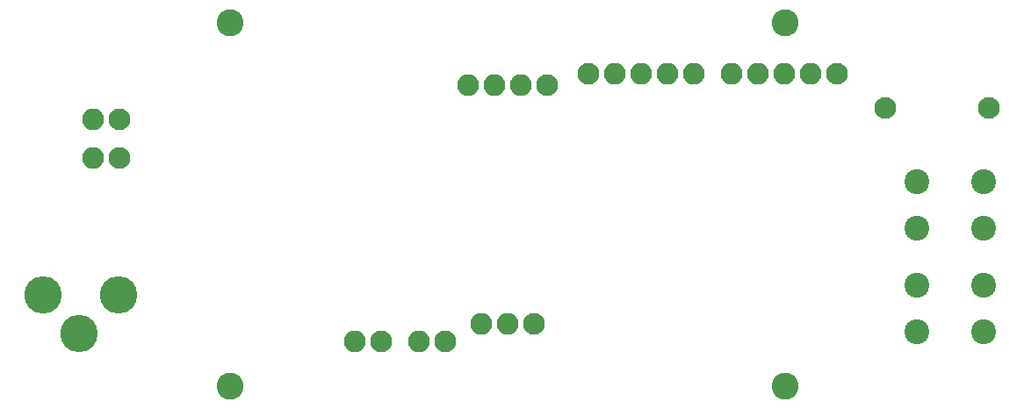
<source format=gbr>
G04 #@! TF.GenerationSoftware,KiCad,Pcbnew,(5.1.5-0-10_14)*
G04 #@! TF.CreationDate,2020-05-10T15:33:43-07:00*
G04 #@! TF.ProjectId,control_module,636f6e74-726f-46c5-9f6d-6f64756c652e,rev?*
G04 #@! TF.SameCoordinates,Original*
G04 #@! TF.FileFunction,Soldermask,Bot*
G04 #@! TF.FilePolarity,Negative*
%FSLAX46Y46*%
G04 Gerber Fmt 4.6, Leading zero omitted, Abs format (unit mm)*
G04 Created by KiCad (PCBNEW (5.1.5-0-10_14)) date 2020-05-10 15:33:43*
%MOMM*%
%LPD*%
G04 APERTURE LIST*
%ADD10O,2.100000X2.100000*%
%ADD11C,2.100000*%
%ADD12C,2.400000*%
%ADD13C,2.600000*%
%ADD14O,3.600000X3.600000*%
G04 APERTURE END LIST*
D10*
X91460000Y-78200000D03*
D11*
X94000000Y-78200000D03*
D10*
X60060000Y-56800000D03*
D11*
X62600000Y-56800000D03*
D10*
X60060000Y-60500000D03*
D11*
X62600000Y-60500000D03*
D10*
X85260000Y-78200000D03*
D11*
X87800000Y-78200000D03*
D10*
X117960000Y-52400000D03*
X115420000Y-52400000D03*
X112880000Y-52400000D03*
X110340000Y-52400000D03*
D11*
X107800000Y-52400000D03*
D10*
X121540000Y-52400000D03*
X124080000Y-52400000D03*
X126620000Y-52400000D03*
X129160000Y-52400000D03*
D11*
X131700000Y-52400000D03*
D12*
X145900000Y-62800000D03*
X145900000Y-67300000D03*
X139400000Y-62800000D03*
X139400000Y-67300000D03*
X139400000Y-77300000D03*
X139400000Y-72800000D03*
X145900000Y-77300000D03*
X145900000Y-72800000D03*
D10*
X96190000Y-53500000D03*
X98730000Y-53500000D03*
X101270000Y-53500000D03*
D11*
X103810000Y-53500000D03*
D10*
X97460000Y-76500000D03*
X100000000Y-76500000D03*
D11*
X102540000Y-76500000D03*
D13*
X126750000Y-82500000D03*
X73250000Y-82500000D03*
X126750000Y-47500000D03*
X73250000Y-47500000D03*
D11*
X146400000Y-55700000D03*
X136400000Y-55700000D03*
D14*
X55200000Y-73700000D03*
X58700000Y-77500000D03*
X62500000Y-73700000D03*
M02*

</source>
